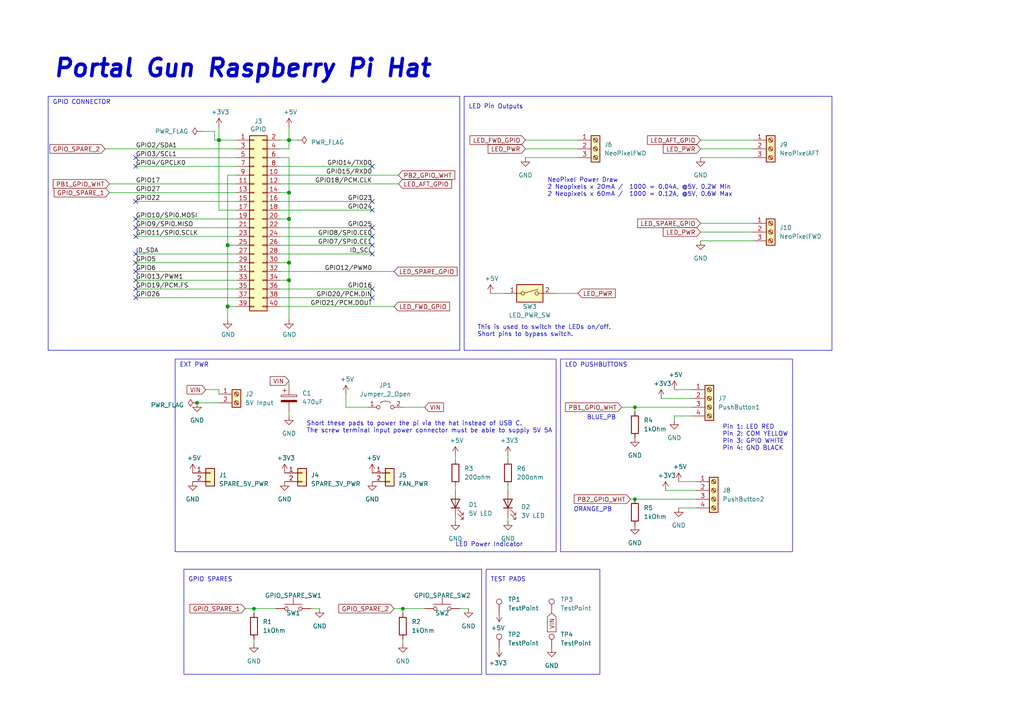
<source format=kicad_sch>
(kicad_sch (version 20230121) (generator eeschema)
  (paper "A4")
  (title_block (title "Portal Gun Raspberry Pi Hat PCB") (date "2024-02-06") (rev "0.2") (company "Ranil Ganlath"))
  (lib_symbols
    (symbol "Connector:Screw_Terminal_01x02" (pin_names (offset 1.016) hide)
      (property "Reference" "J" (at 0 2.54 0))
      (property "Value" "Screw_Terminal_01x02" (at 0 -5.08 0))
      (symbol "Screw_Terminal_01x02_1_1"
        (rectangle (start -1.27 1.27) (end 1.27 -3.81) (stroke (width 0.254)) (fill (type background)))
        (circle (center 0 -2.54) (radius 0.635) (stroke (width 0.1524)))
        (polyline (pts (xy -0.5334 -2.2098) (xy 0.3302 -3.048)) (stroke (width 0.1524)))
        (polyline (pts (xy -0.5334 0.3302) (xy 0.3302 -0.508)) (stroke (width 0.1524)))
        (polyline (pts (xy -0.3556 -2.032) (xy 0.508 -2.8702)) (stroke (width 0.1524)))
        (polyline (pts (xy -0.3556 0.508) (xy 0.508 -0.3302)) (stroke (width 0.1524)))
        (circle (center 0 0) (radius 0.635) (stroke (width 0.1524)))
        (pin passive line (at -5.08 0 0) (length 3.81) (name "Pin_1") (number "1"))
        (pin passive line (at -5.08 -2.54 0) (length 3.81) (name "Pin_2") (number "2"))
      )
    )
    (symbol "Connector:Screw_Terminal_01x03" (pin_names (offset 1.016) hide)
      (property "Reference" "J" (at 0 5.08 0))
      (property "Value" "Screw_Terminal_01x03" (at 0 -5.08 0))
      (symbol "Screw_Terminal_01x03_1_1"
        (rectangle (start -1.27 3.81) (end 1.27 -3.81) (stroke (width 0.254)) (fill (type background)))
        (circle (center 0 -2.54) (radius 0.635) (stroke (width 0.1524)))
        (polyline (pts (xy -0.5334 -2.2098) (xy 0.3302 -3.048)) (stroke (width 0.1524)))
        (polyline (pts (xy -0.5334 0.3302) (xy 0.3302 -0.508)) (stroke (width 0.1524)))
        (polyline (pts (xy -0.5334 2.8702) (xy 0.3302 2.032)) (stroke (width 0.1524)))
        (polyline (pts (xy -0.3556 -2.032) (xy 0.508 -2.8702)) (stroke (width 0.1524)))
        (polyline (pts (xy -0.3556 0.508) (xy 0.508 -0.3302)) (stroke (width 0.1524)))
        (polyline (pts (xy -0.3556 3.048) (xy 0.508 2.2098)) (stroke (width 0.1524)))
        (circle (center 0 0) (radius 0.635) (stroke (width 0.1524)))
        (circle (center 0 2.54) (radius 0.635) (stroke (width 0.1524)))
        (pin passive line (at -5.08 2.54 0) (length 3.81) (name "Pin_1") (number "1"))
        (pin passive line (at -5.08 0 0) (length 3.81) (name "Pin_2") (number "2"))
        (pin passive line (at -5.08 -2.54 0) (length 3.81) (name "Pin_3") (number "3"))
      )
    )
    (symbol "Connector:Screw_Terminal_01x04" (pin_names (offset 1.016) hide)
      (property "Reference" "J" (at 0 5.08 0))
      (property "Value" "Screw_Terminal_01x04" (at 0 -7.62 0))
      (symbol "Screw_Terminal_01x04_1_1"
        (rectangle (start -1.27 3.81) (end 1.27 -6.35) (stroke (width 0.254)) (fill (type background)))
        (circle (center 0 -5.08) (radius 0.635) (stroke (width 0.1524)))
        (circle (center 0 -2.54) (radius 0.635) (stroke (width 0.1524)))
        (polyline (pts (xy -0.5334 -4.7498) (xy 0.3302 -5.588)) (stroke (width 0.1524)))
        (polyline (pts (xy -0.5334 -2.2098) (xy 0.3302 -3.048)) (stroke (width 0.1524)))
        (polyline (pts (xy -0.5334 0.3302) (xy 0.3302 -0.508)) (stroke (width 0.1524)))
        (polyline (pts (xy -0.5334 2.8702) (xy 0.3302 2.032)) (stroke (width 0.1524)))
        (polyline (pts (xy -0.3556 -4.572) (xy 0.508 -5.4102)) (stroke (width 0.1524)))
        (polyline (pts (xy -0.3556 -2.032) (xy 0.508 -2.8702)) (stroke (width 0.1524)))
        (polyline (pts (xy -0.3556 0.508) (xy 0.508 -0.3302)) (stroke (width 0.1524)))
        (polyline (pts (xy -0.3556 3.048) (xy 0.508 2.2098)) (stroke (width 0.1524)))
        (circle (center 0 0) (radius 0.635) (stroke (width 0.1524)))
        (circle (center 0 2.54) (radius 0.635) (stroke (width 0.1524)))
        (pin passive line (at -5.08 2.54 0) (length 3.81) (name "Pin_1") (number "1"))
        (pin passive line (at -5.08 0 0) (length 3.81) (name "Pin_2") (number "2"))
        (pin passive line (at -5.08 -2.54 0) (length 3.81) (name "Pin_3") (number "3"))
        (pin passive line (at -5.08 -5.08 0) (length 3.81) (name "Pin_4") (number "4"))
      )
    )
    (symbol "Connector:TestPoint" (pin_numbers hide) (pin_names (offset 0.762) hide)
      (property "Reference" "TP" (at 0 6.858 0))
      (property "Value" "TestPoint" (at 0 5.08 0))
      (symbol "TestPoint_0_1"
        (circle (center 0 3.302) (radius 0.762))
      )
      (symbol "TestPoint_1_1"
        (pin passive line (at 0 0 90) (length 2.54) (name "1") (number "1"))
      )
    )
    (symbol "Connector_Generic:Conn_01x02" (pin_names (offset 1.016) hide)
      (property "Reference" "J" (at 0 2.54 0))
      (property "Value" "Conn_01x02" (at 0 -5.08 0))
      (symbol "Conn_01x02_1_1"
        (rectangle (start -1.27 -2.413) (end 0 -2.667) (stroke (width 0.1524)))
        (rectangle (start -1.27 0.127) (end 0 -0.127) (stroke (width 0.1524)))
        (rectangle (start -1.27 1.27) (end 1.27 -3.81) (stroke (width 0.254)) (fill (type background)))
        (pin passive line (at -5.08 0 0) (length 3.81) (name "Pin_1") (number "1"))
        (pin passive line (at -5.08 -2.54 0) (length 3.81) (name "Pin_2") (number "2"))
      )
    )
    (symbol "Connector_Generic:Conn_02x20_Odd_Even" (pin_names (offset 1.016) hide)
      (property "Reference" "J" (at 1.27 25.4 0))
      (property "Value" "Conn_02x20_Odd_Even" (at 1.27 -27.94 0))
      (symbol "Conn_02x20_Odd_Even_1_1"
        (rectangle (start -1.27 -25.273) (end 0 -25.527) (stroke (width 0.1524)))
        (rectangle (start -1.27 -22.733) (end 0 -22.987) (stroke (width 0.1524)))
        (rectangle (start -1.27 -20.193) (end 0 -20.447) (stroke (width 0.1524)))
        (rectangle (start -1.27 -17.653) (end 0 -17.907) (stroke (width 0.1524)))
        (rectangle (start -1.27 -15.113) (end 0 -15.367) (stroke (width 0.1524)))
        (rectangle (start -1.27 -12.573) (end 0 -12.827) (stroke (width 0.1524)))
        (rectangle (start -1.27 -10.033) (end 0 -10.287) (stroke (width 0.1524)))
        (rectangle (start -1.27 -7.493) (end 0 -7.747) (stroke (width 0.1524)))
        (rectangle (start -1.27 -4.953) (end 0 -5.207) (stroke (width 0.1524)))
        (rectangle (start -1.27 -2.413) (end 0 -2.667) (stroke (width 0.1524)))
        (rectangle (start -1.27 0.127) (end 0 -0.127) (stroke (width 0.1524)))
        (rectangle (start -1.27 2.667) (end 0 2.413) (stroke (width 0.1524)))
        (rectangle (start -1.27 5.207) (end 0 4.953) (stroke (width 0.1524)))
        (rectangle (start -1.27 7.747) (end 0 7.493) (stroke (width 0.1524)))
        (rectangle (start -1.27 10.287) (end 0 10.033) (stroke (width 0.1524)))
        (rectangle (start -1.27 12.827) (end 0 12.573) (stroke (width 0.1524)))
        (rectangle (start -1.27 15.367) (end 0 15.113) (stroke (width 0.1524)))
        (rectangle (start -1.27 17.907) (end 0 17.653) (stroke (width 0.1524)))
        (rectangle (start -1.27 20.447) (end 0 20.193) (stroke (width 0.1524)))
        (rectangle (start -1.27 22.987) (end 0 22.733) (stroke (width 0.1524)))
        (rectangle (start -1.27 24.13) (end 3.81 -26.67) (stroke (width 0.254)) (fill (type background)))
        (rectangle (start 3.81 -25.273) (end 2.54 -25.527) (stroke (width 0.1524)))
        (rectangle (start 3.81 -22.733) (end 2.54 -22.987) (stroke (width 0.1524)))
        (rectangle (start 3.81 -20.193) (end 2.54 -20.447) (stroke (width 0.1524)))
        (rectangle (start 3.81 -17.653) (end 2.54 -17.907) (stroke (width 0.1524)))
        (rectangle (start 3.81 -15.113) (end 2.54 -15.367) (stroke (width 0.1524)))
        (rectangle (start 3.81 -12.573) (end 2.54 -12.827) (stroke (width 0.1524)))
        (rectangle (start 3.81 -10.033) (end 2.54 -10.287) (stroke (width 0.1524)))
        (rectangle (start 3.81 -7.493) (end 2.54 -7.747) (stroke (width 0.1524)))
        (rectangle (start 3.81 -4.953) (end 2.54 -5.207) (stroke (width 0.1524)))
        (rectangle (start 3.81 -2.413) (end 2.54 -2.667) (stroke (width 0.1524)))
        (rectangle (start 3.81 0.127) (end 2.54 -0.127) (stroke (width 0.1524)))
        (rectangle (start 3.81 2.667) (end 2.54 2.413) (stroke (width 0.1524)))
        (rectangle (start 3.81 5.207) (end 2.54 4.953) (stroke (width 0.1524)))
        (rectangle (start 3.81 7.747) (end 2.54 7.493) (stroke (width 0.1524)))
        (rectangle (start 3.81 10.287) (end 2.54 10.033) (stroke (width 0.1524)))
        (rectangle (start 3.81 12.827) (end 2.54 12.573) (stroke (width 0.1524)))
        (rectangle (start 3.81 15.367) (end 2.54 15.113) (stroke (width 0.1524)))
        (rectangle (start 3.81 17.907) (end 2.54 17.653) (stroke (width 0.1524)))
        (rectangle (start 3.81 20.447) (end 2.54 20.193) (stroke (width 0.1524)))
        (rectangle (start 3.81 22.987) (end 2.54 22.733) (stroke (width 0.1524)))
        (pin passive line (at -5.08 22.86 0) (length 3.81) (name "Pin_1") (number "1"))
        (pin passive line (at 7.62 12.7 180) (length 3.81) (name "Pin_10") (number "10"))
        (pin passive line (at -5.08 10.16 0) (length 3.81) (name "Pin_11") (number "11"))
        (pin passive line (at 7.62 10.16 180) (length 3.81) (name "Pin_12") (number "12"))
        (pin passive line (at -5.08 7.62 0) (length 3.81) (name "Pin_13") (number "13"))
        (pin passive line (at 7.62 7.62 180) (length 3.81) (name "Pin_14") (number "14"))
        (pin passive line (at -5.08 5.08 0) (length 3.81) (name "Pin_15") (number "15"))
        (pin passive line (at 7.62 5.08 180) (length 3.81) (name "Pin_16") (number "16"))
        (pin passive line (at -5.08 2.54 0) (length 3.81) (name "Pin_17") (number "17"))
        (pin passive line (at 7.62 2.54 180) (length 3.81) (name "Pin_18") (number "18"))
        (pin passive line (at -5.08 0 0) (length 3.81) (name "Pin_19") (number "19"))
        (pin passive line (at 7.62 22.86 180) (length 3.81) (name "Pin_2") (number "2"))
        (pin passive line (at 7.62 0 180) (length 3.81) (name "Pin_20") (number "20"))
        (pin passive line (at -5.08 -2.54 0) (length 3.81) (name "Pin_21") (number "21"))
        (pin passive line (at 7.62 -2.54 180) (length 3.81) (name "Pin_22") (number "22"))
        (pin passive line (at -5.08 -5.08 0) (length 3.81) (name "Pin_23") (number "23"))
        (pin passive line (at 7.62 -5.08 180) (length 3.81) (name "Pin_24") (number "24"))
        (pin passive line (at -5.08 -7.62 0) (length 3.81) (name "Pin_25") (number "25"))
        (pin passive line (at 7.62 -7.62 180) (length 3.81) (name "Pin_26") (number "26"))
        (pin passive line (at -5.08 -10.16 0) (length 3.81) (name "Pin_27") (number "27"))
        (pin passive line (at 7.62 -10.16 180) (length 3.81) (name "Pin_28") (number "28"))
        (pin passive line (at -5.08 -12.7 0) (length 3.81) (name "Pin_29") (number "29"))
        (pin passive line (at -5.08 20.32 0) (length 3.81) (name "Pin_3") (number "3"))
        (pin passive line (at 7.62 -12.7 180) (length 3.81) (name "Pin_30") (number "30"))
        (pin passive line (at -5.08 -15.24 0) (length 3.81) (name "Pin_31") (number "31"))
        (pin passive line (at 7.62 -15.24 180) (length 3.81) (name "Pin_32") (number "32"))
        (pin passive line (at -5.08 -17.78 0) (length 3.81) (name "Pin_33") (number "33"))
        (pin passive line (at 7.62 -17.78 180) (length 3.81) (name "Pin_34") (number "34"))
        (pin passive line (at -5.08 -20.32 0) (length 3.81) (name "Pin_35") (number "35"))
        (pin passive line (at 7.62 -20.32 180) (length 3.81) (name "Pin_36") (number "36"))
        (pin passive line (at -5.08 -22.86 0) (length 3.81) (name "Pin_37") (number "37"))
        (pin passive line (at 7.62 -22.86 180) (length 3.81) (name "Pin_38") (number "38"))
        (pin passive line (at -5.08 -25.4 0) (length 3.81) (name "Pin_39") (number "39"))
        (pin passive line (at 7.62 20.32 180) (length 3.81) (name "Pin_4") (number "4"))
        (pin passive line (at 7.62 -25.4 180) (length 3.81) (name "Pin_40") (number "40"))
        (pin passive line (at -5.08 17.78 0) (length 3.81) (name "Pin_5") (number "5"))
        (pin passive line (at 7.62 17.78 180) (length 3.81) (name "Pin_6") (number "6"))
        (pin passive line (at -5.08 15.24 0) (length 3.81) (name "Pin_7") (number "7"))
        (pin passive line (at 7.62 15.24 180) (length 3.81) (name "Pin_8") (number "8"))
        (pin passive line (at -5.08 12.7 0) (length 3.81) (name "Pin_9") (number "9"))
      )
    )
    (symbol "Device:C_Polarized" (pin_numbers hide) (pin_names (offset 0.254))
      (property "Reference" "C" (at 0.635 2.54 0))
      (property "Value" "C_Polarized" (at 0.635 -2.54 0))
      (symbol "C_Polarized_0_1"
        (rectangle (start -2.286 0.508) (end 2.286 1.016))
        (polyline (pts (xy -1.778 2.286) (xy -0.762 2.286)))
        (polyline (pts (xy -1.27 2.794) (xy -1.27 1.778)))
        (rectangle (start 2.286 -0.508) (end -2.286 -1.016) (fill (type outline)))
      )
      (symbol "C_Polarized_1_1"
        (pin passive line (at 0 3.81 270) (length 2.794) (name "~") (number "1"))
        (pin passive line (at 0 -3.81 90) (length 2.794) (name "~") (number "2"))
      )
    )
    (symbol "Device:LED" (pin_numbers hide) (pin_names (offset 1.016) hide)
      (property "Reference" "D" (at 0 2.54 0))
      (property "Value" "LED" (at 0 -2.54 0))
      (symbol "LED_0_1"
        (polyline (pts (xy -1.27 -1.27) (xy -1.27 1.27)) (stroke (width 0.254)))
        (polyline (pts (xy -1.27 0) (xy 1.27 0)))
        (polyline (pts (xy 1.27 -1.27) (xy 1.27 1.27) (xy -1.27 0) (xy 1.27 -1.27)) (stroke (width 0.254)))
        (polyline (pts (xy -3.048 -0.762) (xy -4.572 -2.286) (xy -3.81 -2.286) (xy -4.572 -2.286) (xy -4.572 -1.524)))
        (polyline (pts (xy -1.778 -0.762) (xy -3.302 -2.286) (xy -2.54 -2.286) (xy -3.302 -2.286) (xy -3.302 -1.524)))
      )
      (symbol "LED_1_1"
        (pin passive line (at -3.81 0 0) (length 2.54) (name "K") (number "1"))
        (pin passive line (at 3.81 0 180) (length 2.54) (name "A") (number "2"))
      )
    )
    (symbol "Device:R" (pin_numbers hide) (pin_names (offset 0))
      (property "Reference" "R" (at 2.032 0 90))
      (property "Value" "R" (at 0 0 90))
      (symbol "R_0_1"
        (rectangle (start -1.016 -2.54) (end 1.016 2.54) (stroke (width 0.254)))
      )
      (symbol "R_1_1"
        (pin passive line (at 0 3.81 270) (length 1.27) (name "~") (number "1"))
        (pin passive line (at 0 -3.81 90) (length 1.27) (name "~") (number "2"))
      )
    )
    (symbol "Jumper:Jumper_2_Open" (pin_names (offset 0) hide)
      (property "Reference" "JP" (at 0 2.794 0))
      (property "Value" "Jumper_2_Open" (at 0 -2.286 0))
      (symbol "Jumper_2_Open_0_0"
        (circle (center -2.032 0) (radius 0.508))
        (circle (center 2.032 0) (radius 0.508))
      )
      (symbol "Jumper_2_Open_0_1"
        (arc (start 1.524 1.27) (mid 0 1.778) (end -1.524 1.27))
      )
      (symbol "Jumper_2_Open_1_1"
        (pin passive line (at -5.08 0 0) (length 2.54) (name "A") (number "1"))
        (pin passive line (at 5.08 0 180) (length 2.54) (name "B") (number "2"))
      )
    )
    (symbol "Switch:SW_DIP_x01" (pin_names (offset 0) hide)
      (property "Reference" "SW" (at 0 3.81 0))
      (property "Value" "SW_DIP_x01" (at 0 -3.81 0))
      (symbol "SW_DIP_x01_0_0"
        (circle (center -2.032 0) (radius 0.508))
        (polyline (pts (xy -1.524 0.127) (xy 2.3622 1.1684)))
        (circle (center 2.032 0) (radius 0.508))
      )
      (symbol "SW_DIP_x01_0_1"
        (rectangle (start -3.81 2.54) (end 3.81 -2.54) (stroke (width 0.254)) (fill (type background)))
      )
      (symbol "SW_DIP_x01_1_1"
        (pin passive line (at -7.62 0 0) (length 5.08) (name "~") (number "1"))
        (pin passive line (at 7.62 0 180) (length 5.08) (name "~") (number "2"))
      )
    )
    (symbol "Switch:SW_Push" (pin_numbers hide) (pin_names (offset 1.016) hide)
      (property "Reference" "SW" (at 1.27 2.54 0))
      (property "Value" "SW_Push" (at 0 -1.524 0))
      (symbol "SW_Push_0_1"
        (circle (center -2.032 0) (radius 0.508))
        (polyline (pts (xy 0 1.27) (xy 0 3.048)))
        (polyline (pts (xy 2.54 1.27) (xy -2.54 1.27)))
        (circle (center 2.032 0) (radius 0.508))
        (pin passive line (at -5.08 0 0) (length 2.54) (name "1") (number "1"))
        (pin passive line (at 5.08 0 180) (length 2.54) (name "2") (number "2"))
      )
    )
    (symbol "power:+3.3V" (power) (pin_names (offset 0))
      (property "Value" "+3.3V" (at 0 3.556 0))
      (symbol "+3.3V_0_1"
        (polyline (pts (xy -0.762 1.27) (xy 0 2.54)))
        (polyline (pts (xy 0 0) (xy 0 2.54)))
        (polyline (pts (xy 0 2.54) (xy 0.762 1.27)))
      )
      (symbol "+3.3V_1_1"
        (pin power_in line (at 0 0 90) (length 0) hide (name "+3V3") (number "1"))
      )
    )
    (symbol "power:+5V" (power) (pin_names (offset 0))
      (property "Value" "+5V" (at 0 3.556 0))
      (symbol "+5V_0_1"
        (polyline (pts (xy -0.762 1.27) (xy 0 2.54)))
        (polyline (pts (xy 0 0) (xy 0 2.54)))
        (polyline (pts (xy 0 2.54) (xy 0.762 1.27)))
      )
      (symbol "+5V_1_1"
        (pin power_in line (at 0 0 90) (length 0) hide (name "+5V") (number "1"))
      )
    )
    (symbol "power:GND" (power) (pin_names (offset 0))
      (property "Value" "GND" (at 0 -3.81 0))
      (symbol "GND_0_1"
        (polyline (pts (xy 0 0) (xy 0 -1.27) (xy 1.27 -1.27) (xy 0 -2.54) (xy -1.27 -1.27) (xy 0 -1.27)))
      )
      (symbol "GND_1_1"
        (pin power_in line (at 0 0 270) (length 0) hide (name "GND") (number "1"))
      )
    )
    (symbol "power:PWR_FLAG" (power) (pin_numbers hide) (pin_names (offset 0) hide)
      (property "Value" "PWR_FLAG" (at 0 3.81 0))
      (symbol "PWR_FLAG_0_0"
        (pin power_out line (at 0 0 90) (length 0) (name "pwr") (number "1"))
      )
      (symbol "PWR_FLAG_0_1"
        (polyline (pts (xy 0 0) (xy 0 1.27) (xy -1.016 1.905) (xy 0 2.54) (xy 1.016 1.905) (xy 0 1.27)))
      )
    )
  )
  (junction (at 83.82 40.64) (diameter 1.016))
  (junction (at 83.82 55.88) (diameter 1.016))
  (junction (at 116.84 176.53))
  (junction (at 73.66 176.53))
  (junction (at 66.04 88.9) (diameter 1.016))
  (junction (at 66.04 71.12) (diameter 1.016))
  (junction (at 184.15 118.11))
  (junction (at 83.82 81.28) (diameter 1.016))
  (junction (at 83.82 76.2) (diameter 1.016))
  (junction (at 83.82 63.5) (diameter 1.016))
  (junction (at 57.15 116.84))
  (junction (at 184.15 144.78))
  (junction (at 63.5 40.64) (diameter 1.016))
  (no_connect (at 39.37 86.36))
  (no_connect (at 39.37 58.42))
  (no_connect (at 107.95 48.26))
  (no_connect (at 39.37 66.04))
  (no_connect (at 107.95 73.66))
  (no_connect (at 107.95 83.82))
  (no_connect (at 107.95 71.12))
  (no_connect (at 39.37 68.58))
  (no_connect (at 39.37 81.28))
  (no_connect (at 39.37 78.74))
  (no_connect (at 107.95 58.42))
  (no_connect (at 39.37 63.5))
  (no_connect (at 39.37 73.66))
  (no_connect (at 39.37 48.26))
  (no_connect (at 107.95 68.58))
  (no_connect (at 107.95 86.36))
  (no_connect (at 39.37 83.82))
  (no_connect (at 107.95 60.96))
  (no_connect (at 107.95 66.04))
  (no_connect (at 39.37 76.2))
  (no_connect (at 39.37 45.72))
  (wire (pts (xy 66.04 71.12) (xy 66.04 88.9)))
  (wire (pts (xy 81.28 71.12) (xy 107.95 71.12)))
  (wire (pts (xy 116.84 186.69) (xy 116.84 185.42)))
  (wire (pts (xy 184.15 118.11) (xy 184.15 119.38)))
  (wire (pts (xy 73.66 177.8) (xy 73.66 176.53)))
  (wire (pts (xy 68.58 53.34) (xy 31.75 53.34)))
  (wire (pts (xy 203.2 45.72) (xy 218.44 45.72)))
  (wire (pts (xy 83.82 119.38) (xy 83.82 120.65)))
  (wire (pts (xy 83.82 45.72) (xy 83.82 55.88)))
  (wire (pts (xy 83.82 63.5) (xy 81.28 63.5)))
  (wire (pts (xy 83.82 76.2) (xy 83.82 81.28)))
  (wire (pts (xy 184.15 118.11) (xy 200.66 118.11)))
  (wire (pts (xy 203.2 40.64) (xy 218.44 40.64)))
  (wire (pts (xy 83.82 63.5) (xy 83.82 76.2)))
  (wire (pts (xy 81.28 48.26) (xy 107.95 48.26)))
  (wire (pts (xy 63.5 113.03) (xy 63.5 114.3)))
  (wire (pts (xy 66.04 50.8) (xy 66.04 71.12)))
  (wire (pts (xy 92.71 176.53) (xy 90.17 176.53)))
  (wire (pts (xy 62.23 38.1) (xy 62.23 40.64)))
  (wire (pts (xy 66.04 50.8) (xy 68.58 50.8)))
  (wire (pts (xy 81.28 68.58) (xy 107.95 68.58)))
  (wire (pts (xy 68.58 73.66) (xy 39.37 73.66)))
  (wire (pts (xy 182.88 144.78) (xy 184.15 144.78)))
  (wire (pts (xy 195.58 120.65) (xy 195.58 121.92)))
  (wire (pts (xy 39.37 76.2) (xy 68.58 76.2)))
  (wire (pts (xy 147.32 140.97) (xy 147.32 142.24)))
  (wire (pts (xy 203.2 69.85) (xy 218.44 69.85)))
  (wire (pts (xy 203.2 67.31) (xy 218.44 67.31)))
  (wire (pts (xy 86.36 40.64) (xy 83.82 40.64)))
  (wire (pts (xy 66.04 71.12) (xy 68.58 71.12)))
  (wire (pts (xy 81.28 58.42) (xy 107.95 58.42)))
  (wire (pts (xy 100.33 118.11) (xy 106.68 118.11)))
  (wire (pts (xy 31.75 55.88) (xy 68.58 55.88)))
  (wire (pts (xy 81.28 88.9) (xy 114.3 88.9)))
  (wire (pts (xy 66.04 88.9) (xy 66.04 92.71)))
  (wire (pts (xy 63.5 36.83) (xy 63.5 40.64)))
  (wire (pts (xy 147.32 149.86) (xy 147.32 151.13)))
  (wire (pts (xy 100.33 114.3) (xy 100.33 118.11)))
  (wire (pts (xy 83.82 81.28) (xy 81.28 81.28)))
  (wire (pts (xy 135.89 176.53) (xy 133.35 176.53)))
  (wire (pts (xy 39.37 45.72) (xy 68.58 45.72)))
  (wire (pts (xy 132.08 149.86) (xy 132.08 151.13)))
  (wire (pts (xy 58.42 38.1) (xy 62.23 38.1)))
  (wire (pts (xy 57.15 116.84) (xy 63.5 116.84)))
  (wire (pts (xy 39.37 68.58) (xy 68.58 68.58)))
  (wire (pts (xy 63.5 60.96) (xy 68.58 60.96)))
  (wire (pts (xy 116.84 118.11) (xy 123.19 118.11)))
  (wire (pts (xy 68.58 43.18) (xy 30.48 43.18)))
  (wire (pts (xy 73.66 186.69) (xy 73.66 185.42)))
  (wire (pts (xy 83.82 40.64) (xy 83.82 43.18)))
  (wire (pts (xy 132.08 132.08) (xy 132.08 133.35)))
  (wire (pts (xy 83.82 55.88) (xy 83.82 63.5)))
  (wire (pts (xy 81.28 53.34) (xy 115.57 53.34)))
  (wire (pts (xy 83.82 55.88) (xy 81.28 55.88)))
  (wire (pts (xy 83.82 110.49) (xy 83.82 111.76)))
  (wire (pts (xy 83.82 36.83) (xy 83.82 40.64)))
  (wire (pts (xy 193.04 142.24) (xy 201.93 142.24)))
  (wire (pts (xy 147.32 132.08) (xy 147.32 133.35)))
  (wire (pts (xy 39.37 48.26) (xy 68.58 48.26)))
  (wire (pts (xy 83.82 40.64) (xy 81.28 40.64)))
  (wire (pts (xy 62.23 40.64) (xy 63.5 40.64)))
  (wire (pts (xy 63.5 40.64) (xy 63.5 60.96)))
  (wire (pts (xy 203.2 64.77) (xy 218.44 64.77)))
  (wire (pts (xy 81.28 60.96) (xy 107.95 60.96)))
  (wire (pts (xy 81.28 50.8) (xy 115.57 50.8)))
  (wire (pts (xy 39.37 58.42) (xy 68.58 58.42)))
  (wire (pts (xy 152.4 40.64) (xy 167.64 40.64)))
  (wire (pts (xy 39.37 66.04) (xy 68.58 66.04)))
  (wire (pts (xy 71.12 176.53) (xy 73.66 176.53)))
  (wire (pts (xy 180.34 118.11) (xy 184.15 118.11)))
  (wire (pts (xy 116.84 176.53) (xy 123.19 176.53)))
  (wire (pts (xy 39.37 78.74) (xy 68.58 78.74)))
  (wire (pts (xy 195.58 113.03) (xy 200.66 113.03)))
  (wire (pts (xy 83.82 43.18) (xy 81.28 43.18)))
  (wire (pts (xy 132.08 140.97) (xy 132.08 142.24)))
  (wire (pts (xy 152.4 45.72) (xy 167.64 45.72)))
  (wire (pts (xy 152.4 43.18) (xy 167.64 43.18)))
  (wire (pts (xy 39.37 83.82) (xy 68.58 83.82)))
  (wire (pts (xy 81.28 83.82) (xy 107.95 83.82)))
  (wire (pts (xy 81.28 78.74) (xy 114.3 78.74)))
  (wire (pts (xy 66.04 88.9) (xy 68.58 88.9)))
  (wire (pts (xy 73.66 176.53) (xy 80.01 176.53)))
  (wire (pts (xy 81.28 86.36) (xy 107.95 86.36)))
  (wire (pts (xy 114.3 176.53) (xy 116.84 176.53)))
  (wire (pts (xy 83.82 45.72) (xy 81.28 45.72)))
  (wire (pts (xy 195.58 120.65) (xy 200.66 120.65)))
  (wire (pts (xy 39.37 86.36) (xy 68.58 86.36)))
  (wire (pts (xy 116.84 177.8) (xy 116.84 176.53)))
  (wire (pts (xy 196.85 139.7) (xy 201.93 139.7)))
  (wire (pts (xy 196.85 147.32) (xy 201.93 147.32)))
  (wire (pts (xy 59.69 113.03) (xy 63.5 113.03)))
  (wire (pts (xy 191.77 115.57) (xy 200.66 115.57)))
  (wire (pts (xy 83.82 81.28) (xy 83.82 92.71)))
  (wire (pts (xy 81.28 66.04) (xy 107.95 66.04)))
  (wire (pts (xy 68.58 81.28) (xy 39.37 81.28)))
  (wire (pts (xy 146.05 85.09) (xy 142.24 85.09)))
  (wire (pts (xy 184.15 144.78) (xy 201.93 144.78)))
  (wire (pts (xy 83.82 76.2) (xy 81.28 76.2)))
  (wire (pts (xy 63.5 40.64) (xy 68.58 40.64)))
  (wire (pts (xy 203.2 43.18) (xy 218.44 43.18)))
  (wire (pts (xy 68.58 63.5) (xy 39.37 63.5)))
  (wire (pts (xy 81.28 73.66) (xy 107.95 73.66)))
  (wire (pts (xy 161.29 85.09) (xy 167.64 85.09)))
  (rectangle (start 13.97 27.94) (end 133.35 101.6))
  (rectangle (start 140.97 165.1) (end 173.99 195.58))
  (rectangle (start 134.62 27.94) (end 241.3 101.6))
  (rectangle (start 162.56 104.14) (end 229.87 160.02))
  (rectangle (start 53.34 165.1) (end 139.7 195.58))
  (rectangle (start 50.8 104.14) (end 161.29 160.02))
  (text "LED Power Indicator" (at 132.08 158.75 0) (effects (font (size 1.27 1.27)) (justify left bottom)))
  (text "This is used to switch the LEDs on/off. \nShort pins to bypass switch." (at 138.43 97.79 0) (effects (font (size 1.27 1.27)) (justify left bottom)))
  (text "GPIO CONNECTOR" (at 15.24 30.48 0) (effects (font (size 1.27 1.27)) (justify left bottom)))
  (text "LED PUSHBUTTONS" (at 163.83 106.68 0) (effects (font (size 1.27 1.27)) (justify left bottom)))
  (text "Portal Gun Raspberry Pi Hat" (at 15.24 22.86 0) (effects (font (size 5 5) (thickness 1) bold italic) (justify left bottom)))
  (text "NeoPixel Power Draw\n2 Neopixels x 20mA /  1000 = 0.04A, @5V, 0.2W Min\n2 Neopixels x 60mA /  1000 = 0.12A, @5V, 0.6W Max" (at 158.75 57.15 0) (effects (font (size 1.27 1.27)) (justify left bottom)))
  (text "BLUE_PB" (at 170.18 121.92 0) (effects (font (size 1.27 1.27)) (justify left bottom)))
  (text "ORANGE_PB" (at 166.37 148.59 0) (effects (font (size 1.27 1.27)) (justify left bottom)))
  (text "LED Pin Outputs" (at 135.89 31.75 0) (effects (font (size 1.27 1.27)) (justify left bottom)))
  (text "GPIO SPARES" (at 54.61 168.91 0) (effects (font (size 1.27 1.27)) (justify left bottom)))
  (text "Short these pads to power the pi via the hat instead of USB C. \nThe screw terminal input power connector must be able to supply 5V 5A" (at 88.9 125.73 0) (effects (font (size 1.27 1.27)) (justify left bottom)))
  (text "Pin 1: LED RED\nPin 2: COM YELLOW\nPin 3: GPIO WHITE\nPin 4: GND BLACK" (at 209.55 130.81 0) (effects (font (size 1.27 1.27)) (justify left bottom)))
  (text "TEST PADS" (at 142.24 168.91 0) (effects (font (size 1.27 1.27)) (justify left bottom)))
  (text "EXT PWR" (at 52.07 106.68 0) (effects (font (size 1.27 1.27)) (justify left bottom)))
  (label "ID_SDA" (at 39.37 73.66 0))
  (label "GPIO6" (at 39.37 78.74 0))
  (label "ID_SCL" (at 107.95 73.66 180))
  (label "GPIO5" (at 39.37 76.2 0))
  (label "GPIO21{slash}PCM.DOUT" (at 107.95 88.9 180))
  (label "GPIO19{slash}PCM.FS" (at 39.37 83.82 0))
  (label "GPIO10{slash}SPI0.MOSI" (at 39.37 63.5 0))
  (label "GPIO9{slash}SPI0.MISO" (at 39.37 66.04 0))
  (label "GPIO23" (at 107.95 58.42 180))
  (label "GPIO4{slash}GPCLK0" (at 39.37 48.26 0))
  (label "GPIO27" (at 39.37 55.88 0))
  (label "GPIO26" (at 39.37 86.36 0))
  (label "GPIO14{slash}TXD0" (at 107.95 48.26 180))
  (label "GPIO8{slash}SPI0.CE0" (at 107.95 68.58 180))
  (label "GPIO15{slash}RXD0" (at 107.95 50.8 180))
  (label "GPIO16" (at 107.95 83.82 180))
  (label "GPIO22" (at 39.37 58.42 0))
  (label "GPIO2{slash}SDA1" (at 39.37 43.18 0))
  (label "GPIO17" (at 39.37 53.34 0))
  (label "GPIO25" (at 107.95 66.04 180))
  (label "GPIO3{slash}SCL1" (at 39.37 45.72 0))
  (label "GPIO18{slash}PCM.CLK" (at 107.95 53.34 180))
  (label "GPIO12{slash}PWM0" (at 107.95 78.74 180))
  (label "GPIO13{slash}PWM1" (at 39.37 81.28 0))
  (label "GPIO20{slash}PCM.DIN" (at 107.95 86.36 180))
  (label "GPIO24" (at 107.95 60.96 180))
  (label "GPIO7{slash}SPI0.CE1" (at 107.95 71.12 180))
  (label "GPIO11{slash}SPI0.SCLK" (at 39.37 68.58 0))
  (global_label "LED_PWR" (shape input) (at 167.64 85.09 0) (property "Intersheetrefs" "${INTERSHEET_REFS}" (effects hide)))
  (global_label "VIN" (shape input) (at 123.19 118.11 0) (property "Intersheetrefs" "${INTERSHEET_REFS}" (effects hide)))
  (global_label "LED_SPARE_GPIO" (shape input) (at 114.3 78.74 0) (property "Intersheetrefs" "${INTERSHEET_REFS}" (effects hide)))
  (global_label "PB1_GPIO_WHT" (shape input) (at 180.34 118.11 180) (property "Intersheetrefs" "${INTERSHEET_REFS}" (effects hide)))
  (global_label "PB2_GPIO_WHT" (shape input) (at 115.57 50.8 0) (property "Intersheetrefs" "${INTERSHEET_REFS}" (effects hide)))
  (global_label "GPIO_SPARE_2" (shape input) (at 30.48 43.18 180) (property "Intersheetrefs" "${INTERSHEET_REFS}" (effects hide)))
  (global_label "VIN" (shape input) (at 83.82 110.49 180) (property "Intersheetrefs" "${INTERSHEET_REFS}" (effects hide)))
  (global_label "LED_SPARE_GPIO" (shape input) (at 203.2 64.77 180) (property "Intersheetrefs" "${INTERSHEET_REFS}" (effects hide)))
  (global_label "LED_AFT_GPIO" (shape input) (at 203.2 40.64 180) (property "Intersheetrefs" "${INTERSHEET_REFS}" (effects hide)))
  (global_label "GPIO_SPARE_1" (shape input) (at 71.12 176.53 180) (property "Intersheetrefs" "${INTERSHEET_REFS}" (effects hide)))
  (global_label "VIN" (shape input) (at 160.02 177.8 270) (property "Intersheetrefs" "${INTERSHEET_REFS}" (effects hide)))
  (global_label "LED_PWR" (shape input) (at 203.2 43.18 180) (property "Intersheetrefs" "${INTERSHEET_REFS}" (effects hide)))
  (global_label "LED_PWR" (shape input) (at 203.2 67.31 180) (property "Intersheetrefs" "${INTERSHEET_REFS}" (effects hide)))
  (global_label "GPIO_SPARE_2" (shape input) (at 114.3 176.53 180) (property "Intersheetrefs" "${INTERSHEET_REFS}" (effects hide)))
  (global_label "LED_AFT_GPIO" (shape input) (at 115.57 53.34 0) (property "Intersheetrefs" "${INTERSHEET_REFS}" (effects hide)))
  (global_label "LED_FWD_GPIO" (shape input) (at 114.3 88.9 0) (property "Intersheetrefs" "${INTERSHEET_REFS}" (effects hide)))
  (global_label "PB1_GPIO_WHT" (shape input) (at 31.75 53.34 180) (property "Intersheetrefs" "${INTERSHEET_REFS}" (effects hide)))
  (global_label "LED_PWR" (shape input) (at 152.4 43.18 180) (property "Intersheetrefs" "${INTERSHEET_REFS}" (effects hide)))
  (global_label "PB2_GPIO_WHT" (shape input) (at 182.88 144.78 180) (property "Intersheetrefs" "${INTERSHEET_REFS}" (effects hide)))
  (global_label "VIN" (shape input) (at 59.69 113.03 180) (property "Intersheetrefs" "${INTERSHEET_REFS}" (effects hide)))
  (global_label "LED_FWD_GPIO" (shape input) (at 152.4 40.64 180) (property "Intersheetrefs" "${INTERSHEET_REFS}" (effects hide)))
  (global_label "GPIO_SPARE_1" (shape input) (at 31.75 55.88 180) (property "Intersheetrefs" "${INTERSHEET_REFS}" (effects hide)))
  (symbol (lib_id "power:+5V") (at 83.82 36.83 0) (unit 1)
    (property "Reference" "#PWR09" (effects hide))
    (property "Value" "+5V" (at 84.1883 32.5056 0))
  )
  (symbol (lib_id "power:+3.3V") (at 63.5 36.83 0) (unit 1)
    (property "Reference" "#PWR04" (effects hide))
    (property "Value" "+3.3V" (at 63.8683 32.5056 0))
  )
  (symbol (lib_id "power:GND") (at 83.82 92.71 0) (unit 1)
    (property "Reference" "#PWR010" (effects hide))
    (property "Value" "GND" (at 83.9343 97.0344 0))
  )
  (symbol (lib_id "power:GND") (at 66.04 92.71 0) (unit 1)
    (property "Reference" "#PWR05" (effects hide))
    (property "Value" "GND" (at 66.1543 97.0344 0))
  )
  (symbol (lib_id "Connector_Generic:Conn_02x20_Odd_Even") (at 73.66 63.5 0) (unit 1)
    (property "Reference" "J3" (at 74.93 35.1598 0))
    (property "Value" "GPIO" (at 74.93 37.465 0))
    (property "Footprint" "Connector_PinSocket_2.54mm:PinSocket_2x20_P2.54mm_Vertical" (effects hide))
  )
  (symbol (lib_id "Connector:Screw_Terminal_01x04") (at 207.01 142.24 0) (unit 1)
    (property "Reference" "J8" (at 209.55 142.24 0) (effects (justify left)))
    (property "Value" "PushButton2" (at 209.55 144.78 0) (effects (justify left)))
    (property "Footprint" "TerminalBlock_Phoenix:TerminalBlock_Phoenix_MKDS-1,5-4_1x04_P5.00mm_Horizontal" (effects hide))
  )
  (symbol (lib_id "power:GND") (at 116.84 186.69 0) (unit 1)
    (property "Reference" "#PWR016" (effects hide))
    (property "Value" "GND" (at 116.84 191.77 0))
  )
  (symbol (lib_id "power:GND") (at 83.82 120.65 0) (unit 1)
    (property "Reference" "#PWR011" (effects hide))
    (property "Value" "GND" (at 83.82 125.73 0))
  )
  (symbol (lib_id "Device:LED") (at 147.32 146.05 90) (unit 1)
    (property "Reference" "D2" (at 151.13 147.0025 90) (effects (justify right)))
    (property "Value" "3V LED" (at 151.13 149.5425 90) (effects (justify right)))
    (property "Footprint" "LED_SMD:LED_1206_3216Metric_Pad1.42x1.75mm_HandSolder" (effects hide))
  )
  (symbol (lib_id "power:GND") (at 184.15 152.4 0) (unit 1)
    (property "Reference" "#PWR026" (effects hide))
    (property "Value" "GND" (at 184.15 157.48 0))
  )
  (symbol (lib_id "power:GND") (at 195.58 121.92 0) (unit 1)
    (property "Reference" "#PWR028" (effects hide))
    (property "Value" "GND" (at 195.58 127 0))
  )
  (symbol (lib_id "power:+5V") (at 142.24 85.09 0) (unit 1)
    (property "Reference" "#PWR024" (effects hide))
    (property "Value" "+5V" (at 142.6083 80.7656 0))
  )
  (symbol (lib_id "power:+5V") (at 196.85 139.7 0) (unit 1)
    (property "Reference" "#PWR029" (effects hide))
    (property "Value" "+5V" (at 197.2183 135.3756 0))
  )
  (symbol (lib_id "power:PWR_FLAG") (at 58.42 38.1 90) (unit 1)
    (property "Reference" "#FLG02" (effects hide))
    (property "Value" "PWR_FLAG" (at 54.61 38.1 90) (effects (justify left)))
  )
  (symbol (lib_id "Connector:TestPoint") (at 160.02 177.8 0) (unit 1)
    (property "Reference" "TP3" (at 162.56 173.863 0) (effects (justify left)))
    (property "Value" "TestPoint" (at 162.56 176.403 0) (effects (justify left)))
    (property "Footprint" "TestPoint:TestPoint_Pad_D1.0mm" (effects hide))
  )
  (symbol (lib_id "Switch:SW_DIP_x01") (at 153.67 85.09 0) (unit 1)
    (property "Reference" "SW3" (at 153.67 88.9 0))
    (property "Value" "LED_PWR_SW" (at 153.67 91.44 0))
    (property "Footprint" "Connector_PinHeader_2.54mm:PinHeader_1x02_P2.54mm_Vertical" (effects hide))
  )
  (symbol (lib_id "Connector_Generic:Conn_01x02") (at 87.63 137.16 0) (unit 1)
    (property "Reference" "J4" (at 90.17 137.795 0) (effects (justify left)))
    (property "Value" "SPARE_3V_PWR" (at 90.17 140.335 0) (effects (justify left)))
    (property "Footprint" "Connector_PinHeader_2.54mm:PinHeader_1x02_P2.54mm_Vertical" (effects hide))
  )
  (symbol (lib_id "power:GND") (at 82.55 139.7 0) (unit 1)
    (property "Reference" "#PWR08" (effects hide))
    (property "Value" "GND" (at 82.55 144.78 0))
  )
  (symbol (lib_id "power:GND") (at 152.4 45.72 0) (unit 1)
    (property "Reference" "#PWR022" (effects hide))
    (property "Value" "GND" (at 152.4 50.8 0))
  )
  (symbol (lib_id "Connector:TestPoint") (at 144.78 177.8 0) (unit 1)
    (property "Reference" "TP1" (at 147.32 173.863 0) (effects (justify left)))
    (property "Value" "TestPoint" (at 147.32 176.403 0) (effects (justify left)))
    (property "Footprint" "TestPoint:TestPoint_Pad_D1.0mm" (effects hide))
  )
  (symbol (lib_id "Switch:SW_Push") (at 85.09 176.53 0) (unit 1)
    (property "Reference" "SW1" (at 85.09 177.8 0))
    (property "Value" "GPIO_SPARE_SW1" (at 85.09 172.72 0))
    (property "Footprint" "Connector_PinHeader_2.54mm:PinHeader_1x02_P2.54mm_Vertical" (effects hide))
  )
  (symbol (lib_id "Device:R") (at 132.08 137.16 0) (unit 1)
    (property "Reference" "R3" (at 134.62 135.89 0) (effects (justify left)))
    (property "Value" "200ohm" (at 134.62 138.43 0) (effects (justify left)))
    (property "Footprint" "Resistor_SMD:R_1206_3216Metric_Pad1.30x1.75mm_HandSolder" (effects hide))
  )
  (symbol (lib_id "power:+3.3V") (at 193.04 142.24 0) (unit 1)
    (property "Reference" "#PWR033" (effects hide))
    (property "Value" "+3.3V" (at 193.4083 137.9156 0))
  )
  (symbol (lib_id "power:+3.3V") (at 144.78 187.96 180) (unit 1)
    (property "Reference" "#PWR021" (effects hide))
    (property "Value" "+3.3V" (at 144.4117 192.2844 0))
  )
  (symbol (lib_id "power:+5V") (at 100.33 114.3 0) (unit 1)
    (property "Reference" "#PWR013" (effects hide))
    (property "Value" "+5V" (at 100.6983 109.9756 0))
  )
  (symbol (lib_id "Device:R") (at 73.66 181.61 180) (unit 1)
    (property "Reference" "R1" (at 76.2 180.34 0) (effects (justify right)))
    (property "Value" "1kOhm" (at 76.2 182.88 0) (effects (justify right)))
    (property "Footprint" "Resistor_SMD:R_1206_3216Metric_Pad1.30x1.75mm_HandSolder" (effects hide))
  )
  (symbol (lib_id "power:GND") (at 160.02 187.96 0) (unit 1)
    (property "Reference" "#PWR023" (effects hide))
    (property "Value" "GND" (at 160.02 193.04 0))
  )
  (symbol (lib_id "Device:R") (at 147.32 137.16 0) (unit 1)
    (property "Reference" "R6" (at 149.86 135.89 0) (effects (justify left)))
    (property "Value" "200ohm" (at 149.86 138.43 0) (effects (justify left)))
    (property "Footprint" "Resistor_SMD:R_1206_3216Metric_Pad1.30x1.75mm_HandSolder" (effects hide))
  )
  (symbol (lib_id "Connector_Generic:Conn_01x02") (at 60.96 137.16 0) (unit 1)
    (property "Reference" "J1" (at 63.5 137.795 0) (effects (justify left)))
    (property "Value" "SPARE_5V_PWR" (at 63.5 140.335 0) (effects (justify left)))
    (property "Footprint" "Connector_PinHeader_2.54mm:PinHeader_1x02_P2.54mm_Vertical" (effects hide))
  )
  (symbol (lib_id "power:GND") (at 132.08 151.13 0) (unit 1)
    (property "Reference" "#PWR018" (effects hide))
    (property "Value" "GND" (at 132.08 156.21 0))
  )
  (symbol (lib_id "power:GND") (at 203.2 69.85 0) (unit 1)
    (property "Reference" "#PWR034" (effects hide))
    (property "Value" "GND" (at 203.2 74.93 0))
  )
  (symbol (lib_id "power:GND") (at 184.15 127 0) (unit 1)
    (property "Reference" "#PWR025" (effects hide))
    (property "Value" "GND" (at 184.15 132.08 0))
  )
  (symbol (lib_id "Connector:Screw_Terminal_01x03") (at 223.52 67.31 0) (unit 1)
    (property "Reference" "J10" (at 226.06 66.04 0) (effects (justify left)))
    (property "Value" "NeoPixelFWD" (at 226.06 68.58 0) (effects (justify left)))
    (property "Footprint" "Connector_PinHeader_2.54mm:PinHeader_1x03_P2.54mm_Vertical" (effects hide))
  )
  (symbol (lib_id "Jumper:Jumper_2_Open") (at 111.76 118.11 0) (unit 1)
    (property "Reference" "JP1" (at 111.76 111.76 0))
    (property "Value" "Jumper_2_Open" (at 111.76 114.3 0))
    (property "Footprint" "Jumper:SolderJumper-2_P1.3mm_Open_Pad1.0x1.5mm" (effects hide))
  )
  (symbol (lib_id "power:+5V") (at 195.58 113.03 0) (unit 1)
    (property "Reference" "#PWR027" (effects hide))
    (property "Value" "+5V" (at 195.9483 108.7056 0))
  )
  (symbol (lib_id "Connector:Screw_Terminal_01x04") (at 205.74 115.57 0) (unit 1)
    (property "Reference" "J7" (at 208.28 115.57 0) (effects (justify left)))
    (property "Value" "PushButton1" (at 208.28 118.11 0) (effects (justify left)))
    (property "Footprint" "TerminalBlock_Phoenix:TerminalBlock_Phoenix_MKDS-1,5-4_1x04_P5.00mm_Horizontal" (effects hide))
  )
  (symbol (lib_id "power:GND") (at 196.85 147.32 0) (unit 1)
    (property "Reference" "#PWR030" (effects hide))
    (property "Value" "GND" (at 196.85 152.4 0))
  )
  (symbol (lib_id "power:PWR_FLAG") (at 86.36 40.64 270) (unit 1)
    (property "Reference" "#FLG03" (effects hide))
    (property "Value" "PWR_FLAG" (at 90.17 41.275 90) (effects (justify left)))
  )
  (symbol (lib_id "power:PWR_FLAG") (at 57.15 116.84 90) (unit 1)
    (property "Reference" "#FLG01" (effects hide))
    (property "Value" "PWR_FLAG" (at 53.34 117.475 90) (effects (justify left)))
  )
  (symbol (lib_id "Switch:SW_Push") (at 128.27 176.53 0) (unit 1)
    (property "Reference" "SW2" (at 128.27 177.8 0))
    (property "Value" "GPIO_SPARE_SW2" (at 128.27 172.72 0))
    (property "Footprint" "Connector_PinHeader_2.54mm:PinHeader_1x02_P2.54mm_Vertical" (effects hide))
  )
  (symbol (lib_id "power:+5V") (at 55.88 137.16 0) (unit 1)
    (property "Reference" "#PWR01" (effects hide))
    (property "Value" "+5V" (at 56.2483 132.8356 0))
  )
  (symbol (lib_id "power:+3.3V") (at 191.77 115.57 0) (unit 1)
    (property "Reference" "#PWR032" (effects hide))
    (property "Value" "+3.3V" (at 192.1383 111.2456 0))
  )
  (symbol (lib_id "Device:R") (at 184.15 148.59 180) (unit 1)
    (property "Reference" "R5" (at 186.69 147.32 0) (effects (justify right)))
    (property "Value" "1kOhm" (at 186.69 149.86 0) (effects (justify right)))
    (property "Footprint" "Resistor_SMD:R_1206_3216Metric_Pad1.30x1.75mm_HandSolder" (effects hide))
  )
  (symbol (lib_id "Connector:TestPoint") (at 144.78 187.96 0) (unit 1)
    (property "Reference" "TP2" (at 147.32 184.023 0) (effects (justify left)))
    (property "Value" "TestPoint" (at 147.32 186.563 0) (effects (justify left)))
    (property "Footprint" "TestPoint:TestPoint_Pad_D1.0mm" (effects hide))
  )
  (symbol (lib_id "Connector:Screw_Terminal_01x02") (at 68.58 114.3 0) (unit 1)
    (property "Reference" "J2" (at 71.12 114.3 0) (effects (justify left)))
    (property "Value" "5V Input" (at 71.12 116.84 0) (effects (justify left)))
    (property "Footprint" "TerminalBlock_Phoenix:TerminalBlock_Phoenix_MKDS-1,5-2_1x02_P5.00mm_Horizontal" (effects hide))
  )
  (symbol (lib_id "power:GND") (at 203.2 45.72 0) (unit 1)
    (property "Reference" "#PWR031" (effects hide))
    (property "Value" "GND" (at 203.2 50.8 0))
  )
  (symbol (lib_id "power:GND") (at 92.71 176.53 0) (unit 1)
    (property "Reference" "#PWR012" (effects hide))
    (property "Value" "GND" (at 92.71 181.61 0))
  )
  (symbol (lib_id "power:GND") (at 55.88 139.7 0) (unit 1)
    (property "Reference" "#PWR02" (effects hide))
    (property "Value" "GND" (at 55.88 144.78 0))
  )
  (symbol (lib_id "power:+3.3V") (at 147.32 132.08 0) (unit 1)
    (property "Reference" "#PWR036" (effects hide))
    (property "Value" "+3.3V" (at 147.6883 127.7556 0))
  )
  (symbol (lib_id "power:+5V") (at 144.78 177.8 180) (unit 1)
    (property "Reference" "#PWR020" (effects hide))
    (property "Value" "+5V" (at 144.4117 182.1244 0))
  )
  (symbol (lib_id "power:GND") (at 73.66 186.69 0) (unit 1)
    (property "Reference" "#PWR06" (effects hide))
    (property "Value" "GND" (at 73.66 191.77 0))
  )
  (symbol (lib_id "Connector:TestPoint") (at 160.02 187.96 0) (unit 1)
    (property "Reference" "TP4" (at 162.56 184.023 0) (effects (justify left)))
    (property "Value" "TestPoint" (at 162.56 186.563 0) (effects (justify left)))
    (property "Footprint" "TestPoint:TestPoint_Pad_D1.0mm" (effects hide))
  )
  (symbol (lib_id "Device:LED") (at 132.08 146.05 90) (unit 1)
    (property "Reference" "D1" (at 135.89 146.3675 90) (effects (justify right)))
    (property "Value" "5V LED" (at 135.89 148.9075 90) (effects (justify right)))
    (property "Footprint" "LED_SMD:LED_1206_3216Metric_Pad1.42x1.75mm_HandSolder" (effects hide))
  )
  (symbol (lib_id "Device:R") (at 184.15 123.19 180) (unit 1)
    (property "Reference" "R4" (at 186.69 121.92 0) (effects (justify right)))
    (property "Value" "1kOhm" (at 186.69 124.46 0) (effects (justify right)))
    (property "Footprint" "Resistor_SMD:R_1206_3216Metric_Pad1.30x1.75mm_HandSolder" (effects hide))
  )
  (symbol (lib_id "Connector_Generic:Conn_01x02") (at 113.03 137.16 0) (unit 1)
    (property "Reference" "J5" (at 115.57 137.795 0) (effects (justify left)))
    (property "Value" "FAN_PWR" (at 115.57 140.335 0) (effects (justify left)))
    (property "Footprint" "Connector_PinHeader_2.54mm:PinHeader_1x02_P2.54mm_Vertical" (effects hide))
  )
  (symbol (lib_id "power:GND") (at 135.89 176.53 0) (unit 1)
    (property "Reference" "#PWR019" (effects hide))
    (property "Value" "GND" (at 135.89 181.61 0))
  )
  (symbol (lib_id "power:GND") (at 57.15 116.84 0) (unit 1)
    (property "Reference" "#PWR03" (effects hide))
    (property "Value" "GND" (at 57.15 121.92 0))
  )
  (symbol (lib_id "power:+5V") (at 132.08 132.08 0) (unit 1)
    (property "Reference" "#PWR017" (effects hide))
    (property "Value" "+5V" (at 132.4483 127.7556 0))
  )
  (symbol (lib_id "Device:C_Polarized") (at 83.82 115.57 0) (unit 1)
    (property "Reference" "C1" (at 87.63 114.046 0) (effects (justify left)))
    (property "Value" "470uF" (at 87.63 116.586 0) (effects (justify left)))
    (property "Footprint" "Capacitor_THT:C_Radial_D10.0mm_H16.0mm_P5.00mm" (effects hide))
  )
  (symbol (lib_id "Connector:Screw_Terminal_01x03") (at 172.72 43.18 0) (unit 1)
    (property "Reference" "J6" (at 175.26 41.91 0) (effects (justify left)))
    (property "Value" "NeoPixelFWD" (at 175.26 44.45 0) (effects (justify left)))
    (property "Footprint" "TerminalBlock_Phoenix:TerminalBlock_Phoenix_MKDS-1,5-3_1x03_P5.00mm_Horizontal" (effects hide))
  )
  (symbol (lib_id "power:+3.3V") (at 82.55 137.16 0) (unit 1)
    (property "Reference" "#PWR07" (effects hide))
    (property "Value" "+3.3V" (at 82.9183 132.8356 0))
  )
  (symbol (lib_id "power:GND") (at 147.32 151.13 0) (unit 1)
    (property "Reference" "#PWR035" (effects hide))
    (property "Value" "GND" (at 147.32 156.21 0))
  )
  (symbol (lib_id "power:+5V") (at 107.95 137.16 0) (unit 1)
    (property "Reference" "#PWR014" (effects hide))
    (property "Value" "+5V" (at 108.3183 132.8356 0))
  )
  (symbol (lib_id "power:GND") (at 107.95 139.7 0) (unit 1)
    (property "Reference" "#PWR015" (effects hide))
    (property "Value" "GND" (at 107.95 144.78 0))
  )
  (symbol (lib_id "Device:R") (at 116.84 181.61 180) (unit 1)
    (property "Reference" "R2" (at 119.38 180.34 0) (effects (justify right)))
    (property "Value" "1kOhm" (at 119.38 182.88 0) (effects (justify right)))
    (property "Footprint" "Resistor_SMD:R_1206_3216Metric_Pad1.30x1.75mm_HandSolder" (effects hide))
  )
  (symbol (lib_id "Connector:Screw_Terminal_01x03") (at 223.52 43.18 0) (unit 1)
    (property "Reference" "J9" (at 226.06 41.91 0) (effects (justify left)))
    (property "Value" "NeoPixelAFT" (at 226.06 44.45 0) (effects (justify left)))
    (property "Footprint" "TerminalBlock_Phoenix:TerminalBlock_Phoenix_MKDS-1,5-3_1x03_P5.00mm_Horizontal" (effects hide))
  )
)
</source>
